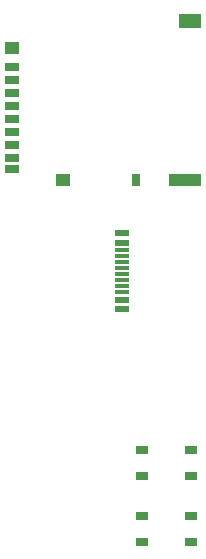
<source format=gbr>
%TF.GenerationSoftware,KiCad,Pcbnew,7.0.2*%
%TF.CreationDate,2023-08-07T19:48:10+09:00*%
%TF.ProjectId,TurtlePico,54757274-6c65-4506-9963-6f2e6b696361,rev?*%
%TF.SameCoordinates,Original*%
%TF.FileFunction,Paste,Top*%
%TF.FilePolarity,Positive*%
%FSLAX46Y46*%
G04 Gerber Fmt 4.6, Leading zero omitted, Abs format (unit mm)*
G04 Created by KiCad (PCBNEW 7.0.2) date 2023-08-07 19:48:10*
%MOMM*%
%LPD*%
G01*
G04 APERTURE LIST*
%ADD10R,1.150000X0.600000*%
%ADD11R,1.150000X0.300000*%
%ADD12R,1.050000X0.650000*%
%ADD13R,1.200000X0.700000*%
%ADD14R,0.800000X1.000000*%
%ADD15R,1.200000X1.000000*%
%ADD16R,2.800000X1.000000*%
%ADD17R,1.900000X1.300000*%
G04 APERTURE END LIST*
D10*
%TO.C,J1*%
X170515000Y-91086000D03*
X170515000Y-90286000D03*
D11*
X170515000Y-89136000D03*
X170515000Y-88136000D03*
X170515000Y-87636000D03*
X170515000Y-86636000D03*
D10*
X170515000Y-84686000D03*
X170515000Y-85486000D03*
D11*
X170515000Y-86136000D03*
X170515000Y-87136000D03*
X170515000Y-88636000D03*
X170515000Y-89636000D03*
%TD*%
D12*
%TO.C,SW2*%
X176319000Y-105215000D03*
X172169000Y-105215000D03*
X176319000Y-103065000D03*
X172169000Y-103065000D03*
%TD*%
D13*
%TO.C,J22*%
X161185000Y-70575000D03*
X161185000Y-71675000D03*
X161185000Y-72775000D03*
X161185000Y-73875000D03*
X161185000Y-74975000D03*
X161185000Y-76075000D03*
X161185000Y-77175000D03*
X161185000Y-78275000D03*
X161185000Y-79225000D03*
D14*
X171685000Y-80175000D03*
D15*
X165485000Y-80175000D03*
D16*
X175835000Y-80175000D03*
D15*
X161185000Y-69025000D03*
D17*
X176285000Y-66675000D03*
%TD*%
D12*
%TO.C,SW1*%
X176319000Y-110803000D03*
X172169000Y-110803000D03*
X176319000Y-108653000D03*
X172169000Y-108653000D03*
%TD*%
M02*

</source>
